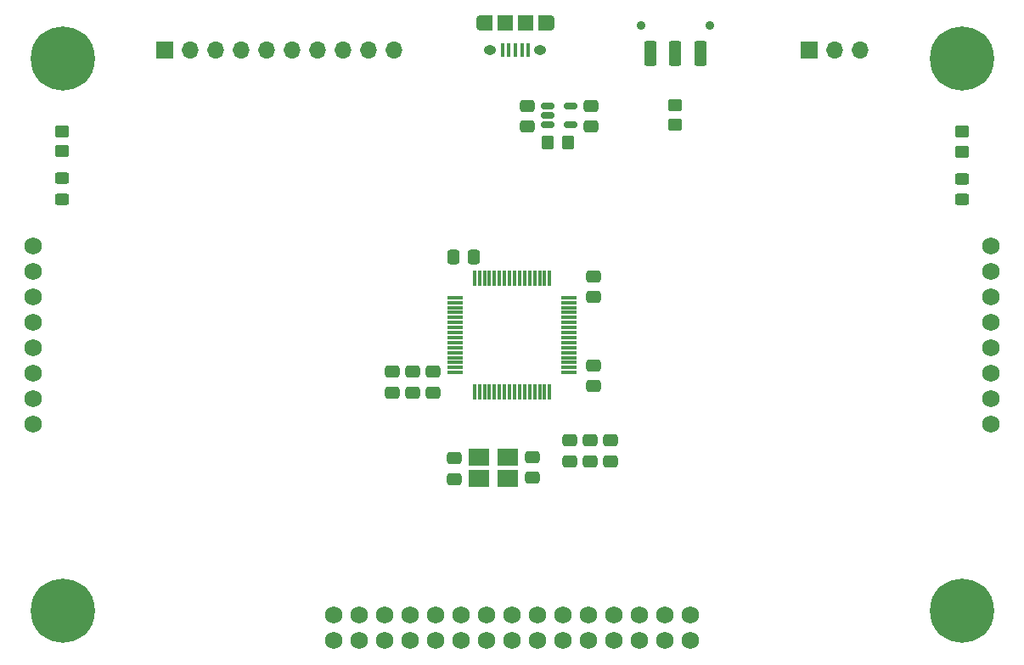
<source format=gbr>
%TF.GenerationSoftware,KiCad,Pcbnew,8.0.7*%
%TF.CreationDate,2025-01-22T16:07:48-05:00*%
%TF.ProjectId,companion,636f6d70-616e-4696-9f6e-2e6b69636164,rev?*%
%TF.SameCoordinates,Original*%
%TF.FileFunction,Soldermask,Top*%
%TF.FilePolarity,Negative*%
%FSLAX46Y46*%
G04 Gerber Fmt 4.6, Leading zero omitted, Abs format (unit mm)*
G04 Created by KiCad (PCBNEW 8.0.7) date 2025-01-22 16:07:48*
%MOMM*%
%LPD*%
G01*
G04 APERTURE LIST*
G04 Aperture macros list*
%AMRoundRect*
0 Rectangle with rounded corners*
0 $1 Rounding radius*
0 $2 $3 $4 $5 $6 $7 $8 $9 X,Y pos of 4 corners*
0 Add a 4 corners polygon primitive as box body*
4,1,4,$2,$3,$4,$5,$6,$7,$8,$9,$2,$3,0*
0 Add four circle primitives for the rounded corners*
1,1,$1+$1,$2,$3*
1,1,$1+$1,$4,$5*
1,1,$1+$1,$6,$7*
1,1,$1+$1,$8,$9*
0 Add four rect primitives between the rounded corners*
20,1,$1+$1,$2,$3,$4,$5,0*
20,1,$1+$1,$4,$5,$6,$7,0*
20,1,$1+$1,$6,$7,$8,$9,0*
20,1,$1+$1,$8,$9,$2,$3,0*%
G04 Aperture macros list end*
%ADD10C,1.750000*%
%ADD11RoundRect,0.250000X-0.475000X0.337500X-0.475000X-0.337500X0.475000X-0.337500X0.475000X0.337500X0*%
%ADD12RoundRect,0.075000X0.075000X-0.700000X0.075000X0.700000X-0.075000X0.700000X-0.075000X-0.700000X0*%
%ADD13RoundRect,0.075000X0.700000X-0.075000X0.700000X0.075000X-0.700000X0.075000X-0.700000X-0.075000X0*%
%ADD14C,0.800000*%
%ADD15C,6.400000*%
%ADD16RoundRect,0.250000X0.475000X-0.337500X0.475000X0.337500X-0.475000X0.337500X-0.475000X-0.337500X0*%
%ADD17RoundRect,0.250000X0.450000X-0.350000X0.450000X0.350000X-0.450000X0.350000X-0.450000X-0.350000X0*%
%ADD18R,2.100000X1.725000*%
%ADD19R,0.400000X1.350000*%
%ADD20O,0.890000X1.550000*%
%ADD21R,1.200000X1.550000*%
%ADD22O,1.250000X0.950000*%
%ADD23R,1.500000X1.550000*%
%ADD24RoundRect,0.250000X-0.337500X-0.475000X0.337500X-0.475000X0.337500X0.475000X-0.337500X0.475000X0*%
%ADD25C,0.900000*%
%ADD26RoundRect,0.250000X0.375000X1.000000X-0.375000X1.000000X-0.375000X-1.000000X0.375000X-1.000000X0*%
%ADD27R,1.700000X1.700000*%
%ADD28O,1.700000X1.700000*%
%ADD29RoundRect,0.250000X-0.450000X0.325000X-0.450000X-0.325000X0.450000X-0.325000X0.450000X0.325000X0*%
%ADD30RoundRect,0.250000X0.350000X0.450000X-0.350000X0.450000X-0.350000X-0.450000X0.350000X-0.450000X0*%
%ADD31RoundRect,0.150000X-0.512500X-0.150000X0.512500X-0.150000X0.512500X0.150000X-0.512500X0.150000X0*%
G04 APERTURE END LIST*
D10*
%TO.C,U1*%
X103632000Y-66040000D03*
X103632000Y-68580000D03*
X103632000Y-71120000D03*
X103632000Y-73660000D03*
X103632000Y-76200000D03*
X103632000Y-78740000D03*
X103632000Y-81280000D03*
X103632000Y-83820000D03*
X133604000Y-105410000D03*
X136144000Y-105410000D03*
X138684000Y-105410000D03*
X141224000Y-105410000D03*
X143764000Y-105410000D03*
X146304000Y-105410000D03*
X148844000Y-105410000D03*
X151384000Y-105410000D03*
X153924000Y-105410000D03*
X156464000Y-105410000D03*
X159004000Y-105410000D03*
X161544000Y-105410000D03*
X164084000Y-105410000D03*
X166624000Y-105410000D03*
X169164000Y-105410000D03*
X169164000Y-102870000D03*
X166624000Y-102870000D03*
X164084000Y-102870000D03*
X161544000Y-102870000D03*
X159004000Y-102870000D03*
X156464000Y-102870000D03*
X153924000Y-102870000D03*
X151384000Y-102870000D03*
X148844000Y-102870000D03*
X146304000Y-102870000D03*
X143764000Y-102870000D03*
X141224000Y-102870000D03*
X138684000Y-102870000D03*
X136144000Y-102870000D03*
X133604000Y-102870000D03*
X199136000Y-83820000D03*
X199136000Y-81280000D03*
X199136000Y-78740000D03*
X199136000Y-76200000D03*
X199136000Y-73660000D03*
X199136000Y-71120000D03*
X199136000Y-68580000D03*
X199136000Y-66040000D03*
%TD*%
D11*
%TO.C,C11*%
X159258000Y-52070000D03*
X159258000Y-54145000D03*
%TD*%
D12*
%TO.C,U3*%
X147634000Y-80605000D03*
X148134000Y-80605000D03*
X148634000Y-80605000D03*
X149134000Y-80605000D03*
X149634000Y-80605000D03*
X150134000Y-80605000D03*
X150634000Y-80605000D03*
X151134000Y-80605000D03*
X151634000Y-80605000D03*
X152134000Y-80605000D03*
X152634000Y-80605000D03*
X153134000Y-80605000D03*
X153634000Y-80605000D03*
X154134000Y-80605000D03*
X154634000Y-80605000D03*
X155134000Y-80605000D03*
D13*
X157059000Y-78680000D03*
X157059000Y-78180000D03*
X157059000Y-77680000D03*
X157059000Y-77180000D03*
X157059000Y-76680000D03*
X157059000Y-76180000D03*
X157059000Y-75680000D03*
X157059000Y-75180000D03*
X157059000Y-74680000D03*
X157059000Y-74180000D03*
X157059000Y-73680000D03*
X157059000Y-73180000D03*
X157059000Y-72680000D03*
X157059000Y-72180000D03*
X157059000Y-71680000D03*
X157059000Y-71180000D03*
D12*
X155134000Y-69255000D03*
X154634000Y-69255000D03*
X154134000Y-69255000D03*
X153634000Y-69255000D03*
X153134000Y-69255000D03*
X152634000Y-69255000D03*
X152134000Y-69255000D03*
X151634000Y-69255000D03*
X151134000Y-69255000D03*
X150634000Y-69255000D03*
X150134000Y-69255000D03*
X149634000Y-69255000D03*
X149134000Y-69255000D03*
X148634000Y-69255000D03*
X148134000Y-69255000D03*
X147634000Y-69255000D03*
D13*
X145709000Y-71180000D03*
X145709000Y-71680000D03*
X145709000Y-72180000D03*
X145709000Y-72680000D03*
X145709000Y-73180000D03*
X145709000Y-73680000D03*
X145709000Y-74180000D03*
X145709000Y-74680000D03*
X145709000Y-75180000D03*
X145709000Y-75680000D03*
X145709000Y-76180000D03*
X145709000Y-76680000D03*
X145709000Y-77180000D03*
X145709000Y-77680000D03*
X145709000Y-78180000D03*
X145709000Y-78680000D03*
%TD*%
D14*
%TO.C,H3*%
X193815000Y-102489000D03*
X194517944Y-100791944D03*
X194517944Y-104186056D03*
X196215000Y-100089000D03*
D15*
X196215000Y-102489000D03*
D14*
X196215000Y-104889000D03*
X197912056Y-100791944D03*
X197912056Y-104186056D03*
X198615000Y-102489000D03*
%TD*%
D11*
%TO.C,C1*%
X157099000Y-85449500D03*
X157099000Y-87524500D03*
%TD*%
D14*
%TO.C,H1*%
X104153000Y-47371000D03*
X104855944Y-45673944D03*
X104855944Y-49068056D03*
X106553000Y-44971000D03*
D15*
X106553000Y-47371000D03*
D14*
X106553000Y-49771000D03*
X108250056Y-45673944D03*
X108250056Y-49068056D03*
X108953000Y-47371000D03*
%TD*%
D16*
%TO.C,C9*%
X139446000Y-80666500D03*
X139446000Y-78591500D03*
%TD*%
D11*
%TO.C,C3*%
X161163000Y-85449500D03*
X161163000Y-87524500D03*
%TD*%
D17*
%TO.C,R4*%
X196215000Y-56642000D03*
X196215000Y-54642000D03*
%TD*%
D11*
%TO.C,C10*%
X152908000Y-52048500D03*
X152908000Y-54123500D03*
%TD*%
D17*
%TO.C,R2*%
X167640000Y-53959000D03*
X167640000Y-51959000D03*
%TD*%
D16*
%TO.C,C12*%
X145658250Y-89302500D03*
X145658250Y-87227500D03*
%TD*%
D18*
%TO.C,Y1*%
X148092250Y-89281000D03*
X150992250Y-89281000D03*
X150992250Y-87106000D03*
X148092250Y-87106000D03*
%TD*%
D14*
%TO.C,H2*%
X193815000Y-47371000D03*
X194517944Y-45673944D03*
X194517944Y-49068056D03*
X196215000Y-44971000D03*
D15*
X196215000Y-47371000D03*
D14*
X196215000Y-49771000D03*
X197912056Y-45673944D03*
X197912056Y-49068056D03*
X198615000Y-47371000D03*
%TD*%
D16*
%TO.C,C6*%
X143510000Y-80666500D03*
X143510000Y-78591500D03*
%TD*%
D19*
%TO.C,J1*%
X153009000Y-46515000D03*
X152359000Y-46515000D03*
X151709000Y-46515000D03*
X151059000Y-46515000D03*
X150409000Y-46515000D03*
D20*
X155209000Y-43815000D03*
D21*
X154609000Y-43815000D03*
D22*
X154209000Y-46515000D03*
D23*
X152709000Y-43815000D03*
X150709000Y-43815000D03*
D22*
X149209000Y-46515000D03*
D21*
X148809000Y-43815000D03*
D20*
X148209000Y-43815000D03*
%TD*%
D24*
%TO.C,C7*%
X145520500Y-67183000D03*
X147595500Y-67183000D03*
%TD*%
D11*
%TO.C,C5*%
X159512000Y-69066500D03*
X159512000Y-71141500D03*
%TD*%
D25*
%TO.C,SW1*%
X171067000Y-44069000D03*
X164267000Y-44069000D03*
D26*
X170167000Y-46819000D03*
X167667000Y-46819000D03*
X165167000Y-46819000D03*
%TD*%
D17*
%TO.C,R3*%
X106508000Y-56580000D03*
X106508000Y-54580000D03*
%TD*%
D27*
%TO.C,J2*%
X116713000Y-46482000D03*
D28*
X119253000Y-46482000D03*
X121793000Y-46482000D03*
X124333000Y-46482000D03*
X126873000Y-46482000D03*
X129413000Y-46482000D03*
X131953000Y-46482000D03*
X134493000Y-46482000D03*
X137033000Y-46482000D03*
X139573000Y-46482000D03*
%TD*%
D14*
%TO.C,H4*%
X104153000Y-102489000D03*
X104855944Y-100791944D03*
X104855944Y-104186056D03*
X106553000Y-100089000D03*
D15*
X106553000Y-102489000D03*
D14*
X106553000Y-104889000D03*
X108250056Y-100791944D03*
X108250056Y-104186056D03*
X108953000Y-102489000D03*
%TD*%
D29*
%TO.C,D2*%
X196215000Y-59362000D03*
X196215000Y-61412000D03*
%TD*%
D30*
%TO.C,R1*%
X156956000Y-55753000D03*
X154956000Y-55753000D03*
%TD*%
D16*
%TO.C,C8*%
X141478000Y-80666500D03*
X141478000Y-78591500D03*
%TD*%
D31*
%TO.C,U2*%
X154951000Y-52075000D03*
X154951000Y-53025000D03*
X154951000Y-53975000D03*
X157226000Y-53975000D03*
X157226000Y-52075000D03*
%TD*%
D11*
%TO.C,C2*%
X159131000Y-85449500D03*
X159131000Y-87524500D03*
%TD*%
D27*
%TO.C,J3*%
X180975000Y-46482000D03*
D28*
X183515000Y-46482000D03*
X186055000Y-46482000D03*
%TD*%
D29*
%TO.C,D1*%
X106508000Y-59300000D03*
X106508000Y-61350000D03*
%TD*%
D11*
%TO.C,C13*%
X153405250Y-87100500D03*
X153405250Y-89175500D03*
%TD*%
%TO.C,C4*%
X159512000Y-77956500D03*
X159512000Y-80031500D03*
%TD*%
M02*

</source>
